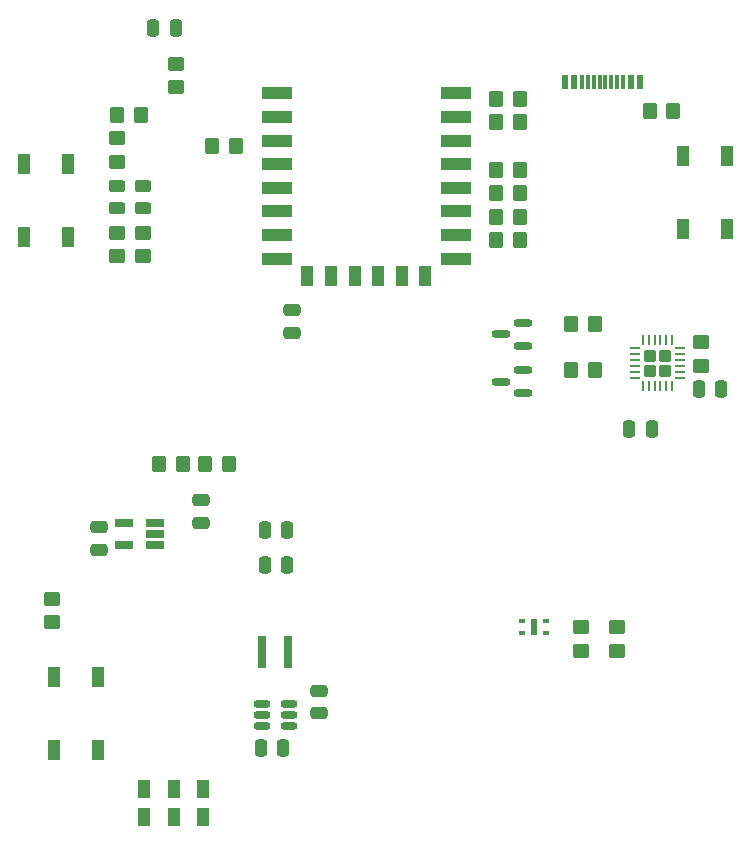
<source format=gtp>
%TF.GenerationSoftware,KiCad,Pcbnew,(6.0.7)*%
%TF.CreationDate,2022-11-21T20:08:05+01:00*%
%TF.ProjectId,Arbolito,4172626f-6c69-4746-9f2e-6b696361645f,rev?*%
%TF.SameCoordinates,Original*%
%TF.FileFunction,Paste,Top*%
%TF.FilePolarity,Positive*%
%FSLAX46Y46*%
G04 Gerber Fmt 4.6, Leading zero omitted, Abs format (unit mm)*
G04 Created by KiCad (PCBNEW (6.0.7)) date 2022-11-21 20:08:05*
%MOMM*%
%LPD*%
G01*
G04 APERTURE LIST*
G04 Aperture macros list*
%AMRoundRect*
4,1,4,-3,2,-5,4,-7,6,-9,8,-3,2,0*
1,1,$1,$2,$3*
1,1,$1,$2,$3*
1,1,$1,$2,$3*
1,1,$1,$2,$3*
20,1,$1,$2,$3,$4,$5,90*
20,1,$1,$2,$3,$4,$5,90*
20,1,$1,$2,$3,$4,$5,90*
20,1,$1,$2,$3,$4,$5,90*%
G04 Aperture macros list end*
%AMCOMP33*
4,1,3,
-0.25000000000000006,-0.475,
0.24999999999999997,-0.475,
0.25000000000000006,0.475,
-0.24999999999999997,0.475,
0*
4,1,19,
-0.5,-0.47499999999999992,
-0.48776412907378841,-0.39774575140626306,
-0.45225424859373686,-0.32805368692688169,
-0.39694631307311828,-0.27274575140626311,
-0.32725424859373686,-0.23723587092621157,
-0.25,-0.22499999999999995,
-0.17274575140626319,-0.23723587092621157,
-0.10305368692688176,-0.27274575140626311,
-0.047745751406263186,-0.32805368692688164,
-0.012235870926211641,-0.39774575140626311,
-0.000000000000000029084400903281456,-0.47499999999999992,
-0.01223587092621165,-0.552254248593737,
-0.047745751406263144,-0.62194631307311821,
-0.10305368692688173,-0.67725424859373684,
-0.17274575140626316,-0.71276412907378839,
-0.25,-0.725,
-0.32725424859373686,-0.71276412907378839,
-0.39694631307311828,-0.67725424859373684,
-0.45225424859373692,-0.62194631307311832,
-0.48776412907378847,-0.55225424859373684,
0*
4,1,19,
-0.000000000000000029084400903281456,-0.475,
0.012235870926211593,-0.39774575140626311,
0.047745751406263116,-0.32805368692688169,
0.1030536869268817,-0.27274575140626311,
0.17274575140626311,-0.2372358709262116,
0.24999999999999997,-0.225,
0.32725424859373686,-0.2372358709262116,
0.39694631307311823,-0.27274575140626311,
0.45225424859373686,-0.32805368692688164,
0.48776412907378841,-0.39774575140626317,
0.49999999999999994,-0.475,
0.48776412907378836,-0.552254248593737,
0.45225424859373681,-0.62194631307311821,
0.39694631307311828,-0.67725424859373684,
0.32725424859373681,-0.71276412907378839,
0.25,-0.725,
0.17274575140626314,-0.71276412907378839,
0.10305368692688173,-0.67725424859373684,
0.04774575140626313,-0.62194631307311832,
0.012235870926211584,-0.55225424859373684,
0*
4,1,19,
0.000000000000000029084400903281456,0.475,
0.01223587092621165,0.55225424859373684,
0.047745751406263172,0.62194631307311821,
0.10305368692688176,0.67725424859373684,
0.17274575140626319,0.71276412907378839,
0.25,0.725,
0.32725424859373692,0.71276412907378839,
0.39694631307311828,0.67725424859373684,
0.45225424859373692,0.62194631307311832,
0.48776412907378847,0.55225424859373684,
0.5,0.475,
0.48776412907378841,0.397745751406263,
0.45225424859373686,0.32805368692688175,
0.39694631307311834,0.27274575140626311,
0.32725424859373686,0.23723587092621157,
0.25000000000000006,0.22499999999999995,
0.17274575140626322,0.23723587092621157,
0.10305368692688179,0.27274575140626311,
0.047745751406263186,0.32805368692688164,
0.012235870926211641,0.39774575140626306,
0*
4,1,19,
-0.49999999999999994,0.47500000000000003,
-0.48776412907378836,0.55225424859373684,
-0.45225424859373681,0.62194631307311821,
-0.39694631307311823,0.67725424859373684,
-0.32725424859373681,0.71276412907378839,
-0.24999999999999994,0.725,
-0.17274575140626311,0.71276412907378839,
-0.1030536869268817,0.67725424859373684,
-0.04774575140626313,0.62194631307311832,
-0.012235870926211584,0.55225424859373684,
0.000000000000000029084400903281462,0.47500000000000003,
-0.012235870926211593,0.39774575140626306,
-0.047745751406263089,0.32805368692688175,
-0.10305368692688167,0.27274575140626311,
-0.17274575140626308,0.2372358709262116,
-0.24999999999999994,0.225,
-0.32725424859373681,0.2372358709262116,
-0.39694631307311823,0.27274575140626311,
-0.45225424859373686,0.32805368692688164,
-0.48776412907378841,0.39774575140626311,
0*
4,1,3,
-0.25000000000000006,-0.725,
-0.24999999999999997,-0.22499999999999995,
0.25,-0.225,
0.24999999999999992,-0.725,
0*
4,1,3,
0.49999999999999994,-0.47500000000000003,
-0.000000000000000029084400903281456,-0.475,
0.000000000000000029084400903281456,0.475,
0.5,0.47499999999999992,
0*
4,1,3,
0.25000000000000006,0.725,
0.24999999999999997,0.22499999999999995,
-0.25,0.225,
-0.24999999999999992,0.725,
0*
4,1,3,
-0.49999999999999994,0.47500000000000003,
0.000000000000000029084400903281456,0.475,
-0.000000000000000029084400903281456,-0.475,
-0.5,-0.47499999999999992,
0*%
%ADD10COMP33,0.25X-0.475X0.25X-0.475X-0.25X0.475X-0.25X0.475X0.25X0*%
%AMCOMP34*
4,1,3,
-0.35,-0.45,
0.35,-0.45,
0.35,0.45,
-0.35,0.45,
0*
4,1,19,
-0.6,-0.44999999999999996,
-0.58776412907378839,-0.37274575140626309,
-0.55225424859373684,-0.30305368692688167,
-0.49694631307311826,-0.24774575140626312,
-0.42725424859373684,-0.2122358709262116,
-0.35,-0.19999999999999998,
-0.27274575140626311,-0.21223587092621157,
-0.20305368692688175,-0.24774575140626315,
-0.14774575140626317,-0.30305368692688173,
-0.11223587092621162,-0.37274575140626315,
-0.1,-0.44999999999999996,
-0.11223587092621162,-0.52725424859373693,
-0.14774575140626311,-0.5969463130731183,
-0.20305368692688169,-0.65225424859373682,
-0.27274575140626317,-0.68776412907378837,
-0.35,-0.7,
-0.42725424859373684,-0.68776412907378837,
-0.49694631307311826,-0.65225424859373693,
-0.55225424859373684,-0.5969463130731183,
-0.58776412907378839,-0.52725424859373693,
0*
4,1,19,
0.09999999999999995,-0.45,
0.11223587092621157,-0.37274575140626315,
0.14774575140626309,-0.30305368692688173,
0.20305368692688167,-0.24774575140626315,
0.27274575140626311,-0.21223587092621166,
0.35,-0.20000000000000004,
0.42725424859373684,-0.21223587092621163,
0.49694631307311821,-0.24774575140626318,
0.55225424859373684,-0.30305368692688178,
0.58776412907378839,-0.3727457514062632,
0.6,-0.45,
0.58776412907378839,-0.52725424859373693,
0.55225424859373684,-0.5969463130731183,
0.49694631307311826,-0.65225424859373682,
0.42725424859373679,-0.68776412907378837,
0.35,-0.7,
0.27274575140626311,-0.68776412907378837,
0.20305368692688172,-0.65225424859373693,
0.14774575140626311,-0.5969463130731183,
0.11223587092621157,-0.52725424859373693,
0*
4,1,19,
0.1,0.45,
0.11223587092621162,0.52725424859373682,
0.14774575140626314,0.5969463130731183,
0.20305368692688172,0.65225424859373682,
0.27274575140626317,0.68776412907378837,
0.35000000000000003,0.7,
0.4272542485937369,0.68776412907378837,
0.49694631307311826,0.65225424859373682,
0.55225424859373684,0.5969463130731183,
0.58776412907378839,0.52725424859373693,
0.6,0.45,
0.58776412907378839,0.37274575140626304,
0.55225424859373684,0.30305368692688167,
0.49694631307311832,0.24774575140626315,
0.42725424859373684,0.2122358709262116,
0.35000000000000003,0.19999999999999998,
0.27274575140626317,0.21223587092621157,
0.20305368692688178,0.24774575140626312,
0.14774575140626317,0.30305368692688167,
0.11223587092621162,0.37274575140626309,
0*
4,1,19,
-0.6,0.45000000000000007,
-0.58776412907378839,0.52725424859373682,
-0.55225424859373684,0.5969463130731183,
-0.49694631307311821,0.65225424859373682,
-0.42725424859373679,0.68776412907378837,
-0.34999999999999992,0.7,
-0.27274575140626306,0.68776412907378837,
-0.20305368692688169,0.65225424859373682,
-0.14774575140626311,0.5969463130731183,
-0.11223587092621157,0.52725424859373693,
-0.09999999999999995,0.45000000000000007,
-0.11223587092621157,0.37274575140626309,
-0.14774575140626306,0.30305368692688173,
-0.20305368692688164,0.24774575140626318,
-0.27274575140626311,0.21223587092621166,
-0.34999999999999992,0.20000000000000004,
-0.42725424859373679,0.21223587092621163,
-0.49694631307311821,0.24774575140626315,
-0.55225424859373684,0.30305368692688173,
-0.58776412907378839,0.37274575140626315,
0*
4,1,3,
-0.35000000000000003,-0.7,
-0.35,-0.19999999999999998,
0.35,-0.20000000000000004,
0.34999999999999992,-0.7,
0*
4,1,3,
0.6,-0.45000000000000007,
0.09999999999999995,-0.45,
0.1,0.45,
0.6,0.44999999999999996,
0*
4,1,3,
0.35000000000000003,0.7,
0.35,0.19999999999999998,
-0.35,0.20000000000000004,
-0.34999999999999992,0.7,
0*
4,1,3,
-0.6,0.45000000000000007,
-0.09999999999999995,0.45,
-0.1,-0.45,
-0.6,-0.44999999999999996,
0*%
%ADD11COMP34,0.25X-0.45X0.35X-0.45X-0.35X0.45X-0.35X0.45X0.35X0*%
%AMCOMP35*
4,1,3,
-0.45625,0.24375000000000002,
-0.45625,-0.24374999999999997,
0.45625,-0.24375000000000002,
0.45625,0.24374999999999997,
0*
4,1,19,
-0.7,0.24375000000000005,
-0.68807002584694366,0.31907289237889347,
-0.65344789237889345,0.38702265524629037,
-0.59952265524629034,0.44094789237889348,
-0.53157289237889338,0.47557002584694369,
-0.45624999999999993,0.48750000000000004,
-0.38092710762110654,0.47557002584694369,
-0.3129773447537097,0.44094789237889342,
-0.25905210762110659,0.38702265524629031,
-0.22442997415305629,0.31907289237889347,
-0.21249999999999997,0.24375000000000002,
-0.22442997415305632,0.16842710762110649,
-0.25905210762110653,0.10047734475370972,
-0.31297734475370964,0.046552107621106613,
-0.38092710762110654,0.01192997415305635,
-0.45624999999999993,0.000000000000000027936332446572976,
-0.53157289237889338,0.011929974153056333,
-0.59952265524629023,0.046552107621106571,
-0.65344789237889334,0.10047734475370966,
-0.68807002584694366,0.16842710762110658,
0*
4,1,19,
-0.7,-0.24374999999999994,
-0.68807002584694366,-0.16842710762110652,
-0.65344789237889345,-0.10047734475370963,
-0.59952265524629034,-0.04655210762110653,
-0.53157289237889338,-0.011929974153056295,
-0.45625,0.000000000000000027936332446572982,
-0.3809271076211066,-0.011929974153056277,
-0.3129773447537097,-0.046552107621106543,
-0.25905210762110659,-0.10047734475370963,
-0.22442997415305632,-0.16842710762110655,
-0.21250000000000002,-0.24374999999999997,
-0.22442997415305635,-0.31907289237889347,
-0.25905210762110653,-0.38702265524629031,
-0.31297734475370964,-0.44094789237889342,
-0.3809271076211066,-0.47557002584694363,
-0.45625,-0.48749999999999993,
-0.53157289237889338,-0.47557002584694363,
-0.59952265524629023,-0.44094789237889337,
-0.65344789237889334,-0.38702265524629031,
-0.68807002584694366,-0.31907289237889341,
0*
4,1,19,
0.21249999999999997,-0.24375,
0.22442997415305632,-0.16842710762110658,
0.25905210762110653,-0.10047734475370969,
0.31297734475370964,-0.046552107621106585,
0.38092710762110654,-0.01192997415305635,
0.45625,-0.000000000000000027936332446572982,
0.53157289237889338,-0.011929974153056333,
0.59952265524629023,-0.0465521076211066,
0.65344789237889334,-0.10047734475370969,
0.68807002584694366,-0.1684271076211066,
0.7,-0.24375000000000002,
0.68807002584694366,-0.31907289237889352,
0.65344789237889345,-0.38702265524629037,
0.59952265524629034,-0.44094789237889348,
0.53157289237889349,-0.47557002584694369,
0.45625,-0.48750000000000004,
0.38092710762110654,-0.47557002584694369,
0.31297734475370975,-0.44094789237889342,
0.25905210762110659,-0.38702265524629037,
0.22442997415305629,-0.31907289237889347,
0*
4,1,19,
0.21250000000000002,0.24375,
0.22442997415305635,0.31907289237889341,
0.25905210762110653,0.38702265524629031,
0.31297734475370964,0.44094789237889342,
0.3809271076211066,0.47557002584694363,
0.45625000000000004,0.48749999999999993,
0.53157289237889338,0.47557002584694363,
0.59952265524629023,0.44094789237889337,
0.65344789237889334,0.38702265524629026,
0.68807002584694366,0.31907289237889341,
0.7,0.24374999999999997,
0.68807002584694366,0.16842710762110644,
0.65344789237889345,0.10047734475370966,
0.59952265524629034,0.046552107621106557,
0.53157289237889349,0.011929974153056295,
0.45625000000000004,-0.000000000000000027936332446572982,
0.3809271076211066,0.011929974153056277,
0.31297734475370975,0.046552107621106516,
0.25905210762110659,0.1004773447537096,
0.22442997415305632,0.16842710762110652,
0*
4,1,3,
-0.7,0.24375000000000008,
-0.21249999999999997,0.24374999999999997,
-0.21250000000000002,-0.24375000000000002,
-0.7,-0.24374999999999991,
0*
4,1,3,
-0.45625000000000004,-0.48749999999999993,
-0.45625,0.000000000000000027936332446572982,
0.45625,-0.000000000000000027936332446572982,
0.45624999999999993,-0.48750000000000004,
0*
4,1,3,
0.7,-0.24375000000000008,
0.21249999999999997,-0.24374999999999997,
0.21250000000000002,0.24375000000000002,
0.7,0.24374999999999991,
0*
4,1,3,
0.45625000000000004,0.48749999999999993,
0.45625,-0.000000000000000027936332446572982,
-0.45625,0.000000000000000027936332446572982,
-0.45624999999999993,0.48750000000000004,
0*%
%ADD12COMP35,0.24375X0.24375X0.45625X-0.24375X0.45625X-0.24375X-0.45625X0.24375X-0.45625X0*%
%AMCOMP36*
4,1,3,
0.25000000000000006,0.475,
-0.24999999999999997,0.475,
-0.25000000000000006,-0.475,
0.24999999999999997,-0.475,
0*
4,1,19,
0.000000000000000029084400903281456,0.475,
0.01223587092621165,0.55225424859373684,
0.047745751406263172,0.62194631307311821,
0.10305368692688176,0.67725424859373684,
0.17274575140626319,0.71276412907378839,
0.25,0.725,
0.32725424859373692,0.71276412907378839,
0.39694631307311828,0.67725424859373684,
0.45225424859373692,0.62194631307311832,
0.48776412907378847,0.55225424859373684,
0.5,0.475,
0.48776412907378841,0.397745751406263,
0.45225424859373686,0.32805368692688175,
0.39694631307311834,0.27274575140626311,
0.32725424859373686,0.23723587092621157,
0.25000000000000006,0.22499999999999995,
0.17274575140626322,0.23723587092621157,
0.10305368692688179,0.27274575140626311,
0.047745751406263186,0.32805368692688164,
0.012235870926211641,0.39774575140626306,
0*
4,1,19,
-0.49999999999999994,0.47500000000000003,
-0.48776412907378836,0.55225424859373684,
-0.45225424859373681,0.62194631307311821,
-0.39694631307311823,0.67725424859373684,
-0.32725424859373681,0.71276412907378839,
-0.24999999999999994,0.725,
-0.17274575140626311,0.71276412907378839,
-0.1030536869268817,0.67725424859373684,
-0.04774575140626313,0.62194631307311832,
-0.012235870926211584,0.55225424859373684,
0.000000000000000029084400903281462,0.47500000000000003,
-0.012235870926211593,0.39774575140626306,
-0.047745751406263089,0.32805368692688175,
-0.10305368692688167,0.27274575140626311,
-0.17274575140626308,0.2372358709262116,
-0.24999999999999994,0.225,
-0.32725424859373681,0.2372358709262116,
-0.39694631307311823,0.27274575140626311,
-0.45225424859373686,0.32805368692688164,
-0.48776412907378841,0.39774575140626311,
0*
4,1,19,
-0.5,-0.47499999999999992,
-0.48776412907378841,-0.39774575140626306,
-0.45225424859373686,-0.32805368692688169,
-0.39694631307311828,-0.27274575140626311,
-0.32725424859373686,-0.23723587092621157,
-0.25,-0.22499999999999995,
-0.17274575140626319,-0.23723587092621157,
-0.10305368692688176,-0.27274575140626311,
-0.047745751406263186,-0.32805368692688164,
-0.012235870926211641,-0.39774575140626311,
-0.000000000000000029084400903281456,-0.47499999999999992,
-0.01223587092621165,-0.552254248593737,
-0.047745751406263144,-0.62194631307311821,
-0.10305368692688173,-0.67725424859373684,
-0.17274575140626316,-0.71276412907378839,
-0.25,-0.725,
-0.32725424859373686,-0.71276412907378839,
-0.39694631307311828,-0.67725424859373684,
-0.45225424859373692,-0.62194631307311832,
-0.48776412907378847,-0.55225424859373684,
0*
4,1,19,
-0.000000000000000029084400903281456,-0.475,
0.012235870926211593,-0.39774575140626311,
0.047745751406263116,-0.32805368692688169,
0.1030536869268817,-0.27274575140626311,
0.17274575140626311,-0.2372358709262116,
0.24999999999999997,-0.225,
0.32725424859373686,-0.2372358709262116,
0.39694631307311823,-0.27274575140626311,
0.45225424859373686,-0.32805368692688164,
0.48776412907378841,-0.39774575140626317,
0.49999999999999994,-0.475,
0.48776412907378836,-0.552254248593737,
0.45225424859373681,-0.62194631307311821,
0.39694631307311828,-0.67725424859373684,
0.32725424859373681,-0.71276412907378839,
0.25,-0.725,
0.17274575140626314,-0.71276412907378839,
0.10305368692688173,-0.67725424859373684,
0.04774575140626313,-0.62194631307311832,
0.012235870926211584,-0.55225424859373684,
0*
4,1,3,
0.25000000000000006,0.725,
0.24999999999999997,0.22499999999999995,
-0.25,0.225,
-0.24999999999999992,0.725,
0*
4,1,3,
-0.49999999999999994,0.47500000000000003,
0.000000000000000029084400903281456,0.475,
-0.000000000000000029084400903281456,-0.475,
-0.5,-0.47499999999999992,
0*
4,1,3,
-0.25000000000000006,-0.725,
-0.24999999999999997,-0.22499999999999995,
0.25,-0.225,
0.24999999999999992,-0.725,
0*
4,1,3,
0.49999999999999994,-0.47500000000000003,
-0.000000000000000029084400903281456,-0.475,
0.000000000000000029084400903281456,0.475,
0.5,0.47499999999999992,
0*%
%ADD13COMP36,0.25X0.475X-0.25X0.475X0.25X-0.475X0.25X-0.475X-0.25X0*%
%AMCOMP37*
4,1,3,
-0.45,0.35,
-0.45,-0.35,
0.45,-0.35,
0.45,0.35,
0*
4,1,19,
-0.7,0.35000000000000003,
-0.68776412907378837,0.4272542485937369,
-0.65225424859373682,0.49694631307311832,
-0.5969463130731183,0.55225424859373684,
-0.52725424859373682,0.58776412907378839,
-0.44999999999999996,0.6,
-0.37274575140626315,0.58776412907378839,
-0.30305368692688167,0.55225424859373684,
-0.24774575140626315,0.49694631307311832,
-0.2122358709262116,0.42725424859373684,
-0.19999999999999998,0.35000000000000003,
-0.2122358709262116,0.27274575140626306,
-0.24774575140626312,0.20305368692688175,
-0.30305368692688173,0.14774575140626317,
-0.37274575140626309,0.11223587092621162,
-0.44999999999999996,0.1,
-0.52725424859373682,0.1122358709262116,
-0.5969463130731183,0.14774575140626311,
-0.65225424859373682,0.20305368692688167,
-0.68776412907378837,0.27274575140626311,
0*
4,1,19,
-0.7,-0.34999999999999992,
-0.68776412907378837,-0.27274575140626306,
-0.65225424859373682,-0.20305368692688167,
-0.5969463130731183,-0.14774575140626309,
-0.52725424859373682,-0.11223587092621157,
-0.45,-0.09999999999999995,
-0.3727457514062632,-0.11223587092621154,
-0.30305368692688173,-0.14774575140626309,
-0.24774575140626318,-0.20305368692688164,
-0.21223587092621166,-0.27274575140626311,
-0.20000000000000004,-0.34999999999999992,
-0.21223587092621166,-0.4272542485937369,
-0.24774575140626315,-0.49694631307311821,
-0.30305368692688178,-0.55225424859373684,
-0.37274575140626315,-0.58776412907378839,
-0.45,-0.6,
-0.52725424859373682,-0.58776412907378839,
-0.5969463130731183,-0.55225424859373684,
-0.65225424859373682,-0.49694631307311826,
-0.68776412907378837,-0.42725424859373684,
0*
4,1,19,
0.19999999999999998,-0.35,
0.2122358709262116,-0.27274575140626311,
0.24774575140626315,-0.20305368692688172,
0.30305368692688173,-0.14774575140626314,
0.37274575140626315,-0.11223587092621162,
0.45,-0.1,
0.52725424859373682,-0.1122358709262116,
0.5969463130731183,-0.14774575140626314,
0.65225424859373682,-0.20305368692688169,
0.68776412907378837,-0.27274575140626317,
0.7,-0.35,
0.68776412907378837,-0.42725424859373695,
0.65225424859373693,-0.49694631307311826,
0.5969463130731183,-0.55225424859373684,
0.52725424859373693,-0.58776412907378839,
0.45,-0.6,
0.37274575140626315,-0.58776412907378839,
0.30305368692688173,-0.55225424859373684,
0.24774575140626315,-0.49694631307311832,
0.2122358709262116,-0.4272542485937369,
0*
4,1,19,
0.20000000000000004,0.35,
0.21223587092621166,0.42725424859373684,
0.24774575140626318,0.49694631307311826,
0.30305368692688178,0.55225424859373684,
0.3727457514062632,0.58776412907378839,
0.45000000000000007,0.6,
0.52725424859373682,0.58776412907378839,
0.5969463130731183,0.55225424859373684,
0.65225424859373682,0.49694631307311826,
0.68776412907378837,0.42725424859373679,
0.7,0.35,
0.68776412907378837,0.272745751406263,
0.65225424859373693,0.20305368692688169,
0.5969463130731183,0.14774575140626311,
0.52725424859373693,0.11223587092621157,
0.45000000000000007,0.09999999999999995,
0.3727457514062632,0.11223587092621154,
0.30305368692688178,0.14774575140626306,
0.24774575140626318,0.20305368692688161,
0.21223587092621166,0.27274575140626306,
0*
4,1,3,
-0.7,0.35000000000000003,
-0.19999999999999998,0.35,
-0.20000000000000004,-0.35,
-0.7,-0.34999999999999992,
0*
4,1,3,
-0.45000000000000007,-0.6,
-0.45,-0.09999999999999995,
0.45,-0.1,
0.44999999999999996,-0.6,
0*
4,1,3,
0.7,-0.35000000000000003,
0.19999999999999998,-0.35,
0.20000000000000004,0.35,
0.7,0.34999999999999992,
0*
4,1,3,
0.45000000000000007,0.6,
0.45,0.09999999999999995,
-0.45,0.1,
-0.44999999999999996,0.6,
0*%
%ADD14COMP37,0.25X0.35X0.45X-0.35X0.45X-0.35X-0.45X0.35X-0.45X0*%
%AMCOMP38*
4,1,3,
0.35,0.45,
-0.35,0.45,
-0.35,-0.45,
0.35,-0.45,
0*
4,1,19,
0.1,0.45,
0.11223587092621162,0.52725424859373682,
0.14774575140626314,0.5969463130731183,
0.20305368692688172,0.65225424859373682,
0.27274575140626317,0.68776412907378837,
0.35000000000000003,0.7,
0.4272542485937369,0.68776412907378837,
0.49694631307311826,0.65225424859373682,
0.55225424859373684,0.5969463130731183,
0.58776412907378839,0.52725424859373693,
0.6,0.45,
0.58776412907378839,0.37274575140626304,
0.55225424859373684,0.30305368692688167,
0.49694631307311832,0.24774575140626315,
0.42725424859373684,0.2122358709262116,
0.35000000000000003,0.19999999999999998,
0.27274575140626317,0.21223587092621157,
0.20305368692688178,0.24774575140626312,
0.14774575140626317,0.30305368692688167,
0.11223587092621162,0.37274575140626309,
0*
4,1,19,
-0.6,0.45000000000000007,
-0.58776412907378839,0.52725424859373682,
-0.55225424859373684,0.5969463130731183,
-0.49694631307311821,0.65225424859373682,
-0.42725424859373679,0.68776412907378837,
-0.34999999999999992,0.7,
-0.27274575140626306,0.68776412907378837,
-0.20305368692688169,0.65225424859373682,
-0.14774575140626311,0.5969463130731183,
-0.11223587092621157,0.52725424859373693,
-0.09999999999999995,0.45000000000000007,
-0.11223587092621157,0.37274575140626309,
-0.14774575140626306,0.30305368692688173,
-0.20305368692688164,0.24774575140626318,
-0.27274575140626311,0.21223587092621166,
-0.34999999999999992,0.20000000000000004,
-0.42725424859373679,0.21223587092621163,
-0.49694631307311821,0.24774575140626315,
-0.55225424859373684,0.30305368692688173,
-0.58776412907378839,0.37274575140626315,
0*
4,1,19,
-0.6,-0.44999999999999996,
-0.58776412907378839,-0.37274575140626309,
-0.55225424859373684,-0.30305368692688167,
-0.49694631307311826,-0.24774575140626312,
-0.42725424859373684,-0.2122358709262116,
-0.35,-0.19999999999999998,
-0.27274575140626311,-0.21223587092621157,
-0.20305368692688175,-0.24774575140626315,
-0.14774575140626317,-0.30305368692688173,
-0.11223587092621162,-0.37274575140626315,
-0.1,-0.44999999999999996,
-0.11223587092621162,-0.52725424859373693,
-0.14774575140626311,-0.5969463130731183,
-0.20305368692688169,-0.65225424859373682,
-0.27274575140626317,-0.68776412907378837,
-0.35,-0.7,
-0.42725424859373684,-0.68776412907378837,
-0.49694631307311826,-0.65225424859373693,
-0.55225424859373684,-0.5969463130731183,
-0.58776412907378839,-0.52725424859373693,
0*
4,1,19,
0.09999999999999995,-0.45,
0.11223587092621157,-0.37274575140626315,
0.14774575140626309,-0.30305368692688173,
0.20305368692688167,-0.24774575140626315,
0.27274575140626311,-0.21223587092621166,
0.35,-0.20000000000000004,
0.42725424859373684,-0.21223587092621163,
0.49694631307311821,-0.24774575140626318,
0.55225424859373684,-0.30305368692688178,
0.58776412907378839,-0.3727457514062632,
0.6,-0.45,
0.58776412907378839,-0.52725424859373693,
0.55225424859373684,-0.5969463130731183,
0.49694631307311826,-0.65225424859373682,
0.42725424859373679,-0.68776412907378837,
0.35,-0.7,
0.27274575140626311,-0.68776412907378837,
0.20305368692688172,-0.65225424859373693,
0.14774575140626311,-0.5969463130731183,
0.11223587092621157,-0.52725424859373693,
0*
4,1,3,
0.35000000000000003,0.7,
0.35,0.19999999999999998,
-0.35,0.20000000000000004,
-0.34999999999999992,0.7,
0*
4,1,3,
-0.6,0.45000000000000007,
-0.09999999999999995,0.45,
-0.1,-0.45,
-0.6,-0.44999999999999996,
0*
4,1,3,
-0.35000000000000003,-0.7,
-0.35,-0.19999999999999998,
0.35,-0.20000000000000004,
0.34999999999999992,-0.7,
0*
4,1,3,
0.6,-0.45000000000000007,
0.09999999999999995,-0.45,
0.1,0.45,
0.6,0.44999999999999996,
0*%
%ADD15COMP38,0.25X0.45X-0.35X0.45X0.35X-0.45X0.35X-0.45X-0.35X0*%
%ADD16R,1X1.6*%
%AMCOMP39*
4,1,3,
0.5875,0.14999999999999997,
-0.5875,0.15000000000000002,
-0.5875,-0.14999999999999997,
0.5875,-0.15000000000000002,
0*
4,1,19,
0.4375,0.14999999999999997,
0.444841522555727,0.19635254915624209,
0.46614745084375792,0.23816778784387094,
0.49933221215612905,0.271352549156242,
0.54114745084375793,0.29265847744427292,
0.5875,0.29999999999999993,
0.63385254915624212,0.292658477444273,
0.67566778784387094,0.271352549156242,
0.70885254915624207,0.23816778784387094,
0.73015847744427309,0.19635254915624206,
0.7375,0.14999999999999997,
0.73015847744427309,0.1036474508437578,
0.70885254915624218,0.061832212156128996,
0.675667787843871,0.02864745084375786,
0.63385254915624212,0.0073415225557269424,
0.5875,-0.000000000000000035972811643532336,
0.54114745084375793,0.0073415225557269207,
0.49933221215612911,0.028647450843757829,
0.46614745084375792,0.061832212156128968,
0.444841522555727,0.10364745084375782,
0*
4,1,19,
-0.7375,0.15000000000000005,
-0.73015847744427309,0.19635254915624217,
-0.70885254915624207,0.23816778784387102,
-0.675667787843871,0.27135254915624213,
-0.63385254915624212,0.29265847744427304,
-0.5875,0.30000000000000004,
-0.54114745084375793,0.29265847744427309,
-0.49933221215612905,0.27135254915624213,
-0.46614745084375792,0.23816778784387102,
-0.444841522555727,0.19635254915624215,
-0.4375,0.15000000000000005,
-0.444841522555727,0.10364745084375787,
-0.46614745084375786,0.061832212156129066,
-0.49933221215612905,0.028647450843757933,
-0.54114745084375793,0.0073415225557270144,
-0.5875,0.000000000000000035972811643532336,
-0.63385254915624212,0.0073415225557269927,
-0.67566778784387094,0.0286474508437579,
-0.70885254915624207,0.061832212156129038,
-0.73015847744427309,0.10364745084375789,
0*
4,1,19,
-0.7375,-0.14999999999999994,
-0.73015847744427309,-0.10364745084375784,
-0.70885254915624207,-0.061832212156128982,
-0.675667787843871,-0.028647450843757846,
-0.63385254915624212,-0.0073415225557269424,
-0.5875,0.000000000000000035972811643532336,
-0.54114745084375793,-0.0073415225557269207,
-0.49933221215612905,-0.028647450843757857,
-0.46614745084375792,-0.061832212156128982,
-0.444841522555727,-0.10364745084375784,
-0.4375,-0.14999999999999994,
-0.444841522555727,-0.19635254915624212,
-0.46614745084375786,-0.23816778784387091,
-0.49933221215612905,-0.271352549156242,
-0.54114745084375793,-0.29265847744427292,
-0.5875,-0.29999999999999993,
-0.63385254915624212,-0.292658477444273,
-0.67566778784387094,-0.27135254915624207,
-0.70885254915624207,-0.23816778784387094,
-0.73015847744427309,-0.19635254915624209,
0*
4,1,19,
0.4375,-0.15000000000000002,
0.444841522555727,-0.10364745084375791,
0.46614745084375792,-0.061832212156129052,
0.49933221215612905,-0.028647450843757919,
0.54114745084375793,-0.0073415225557270144,
0.5875,-0.000000000000000035972811643532336,
0.63385254915624212,-0.0073415225557269927,
0.67566778784387094,-0.028647450843757929,
0.70885254915624207,-0.061832212156129052,
0.73015847744427309,-0.10364745084375791,
0.7375,-0.15000000000000002,
0.73015847744427309,-0.1963525491562422,
0.70885254915624218,-0.238167787843871,
0.675667787843871,-0.27135254915624213,
0.63385254915624212,-0.29265847744427304,
0.5875,-0.30000000000000004,
0.54114745084375793,-0.29265847744427309,
0.49933221215612911,-0.27135254915624218,
0.46614745084375792,-0.23816778784387102,
0.444841522555727,-0.19635254915624217,
0*
4,1,3,
0.5875,0.29999999999999993,
0.5875,-0.000000000000000035972811643532336,
-0.5875,0.000000000000000035972811643532336,
-0.5875,0.30000000000000004,
0*
4,1,3,
-0.7375,0.15000000000000005,
-0.4375,0.15000000000000002,
-0.4375,-0.14999999999999997,
-0.7375,-0.14999999999999994,
0*
4,1,3,
-0.5875,-0.29999999999999993,
-0.5875,0.000000000000000035972811643532336,
0.5875,-0.000000000000000035972811643532336,
0.5875,-0.30000000000000004,
0*
4,1,3,
0.7375,-0.15000000000000005,
0.4375,-0.15000000000000002,
0.4375,0.14999999999999997,
0.7375,0.14999999999999994,
0*%
%ADD17COMP39,0.15X0.15X-0.5875X0.15X0.5875X-0.15X0.5875X-0.15X-0.5875X0*%
%ADD18R,0.8X2.7*%
%AMCOMP40*
4,1,3,
0.475,-0.25000000000000006,
0.475,0.24999999999999997,
-0.475,0.25000000000000006,
-0.475,-0.24999999999999997,
0*
4,1,19,
0.22499999999999995,-0.25,
0.2372358709262116,-0.17274575140626316,
0.27274575140626311,-0.10305368692688173,
0.32805368692688169,-0.047745751406263158,
0.39774575140626311,-0.012235870926211641,
0.475,-0.000000000000000029084400903281456,
0.55225424859373684,-0.012235870926211622,
0.62194631307311821,-0.047745751406263172,
0.67725424859373684,-0.10305368692688173,
0.71276412907378839,-0.17274575140626319,
0.725,-0.25,
0.71276412907378839,-0.327254248593737,
0.67725424859373684,-0.39694631307311828,
0.62194631307311832,-0.45225424859373692,
0.55225424859373684,-0.48776412907378847,
0.475,-0.5,
0.39774575140626311,-0.48776412907378841,
0.32805368692688175,-0.45225424859373686,
0.27274575140626311,-0.39694631307311834,
0.23723587092621157,-0.32725424859373692,
0*
4,1,19,
0.225,0.25,
0.23723587092621162,0.32725424859373686,
0.27274575140626311,0.39694631307311828,
0.32805368692688169,0.45225424859373686,
0.39774575140626317,0.48776412907378841,
0.47500000000000003,0.49999999999999994,
0.55225424859373684,0.48776412907378836,
0.62194631307311821,0.45225424859373681,
0.67725424859373684,0.39694631307311828,
0.71276412907378839,0.32725424859373681,
0.725,0.25,
0.71276412907378839,0.17274575140626303,
0.67725424859373684,0.1030536869268817,
0.62194631307311832,0.04774575140626313,
0.55225424859373684,0.012235870926211584,
0.47500000000000003,-0.000000000000000029084400903281462,
0.39774575140626317,0.012235870926211565,
0.32805368692688175,0.047745751406263089,
0.27274575140626311,0.10305368692688165,
0.2372358709262116,0.17274575140626305,
0*
4,1,19,
-0.725,0.25000000000000006,
-0.71276412907378839,0.32725424859373692,
-0.67725424859373684,0.39694631307311834,
-0.62194631307311821,0.45225424859373692,
-0.55225424859373684,0.48776412907378847,
-0.47499999999999992,0.5,
-0.39774575140626306,0.48776412907378841,
-0.32805368692688175,0.45225424859373686,
-0.27274575140626311,0.39694631307311834,
-0.23723587092621157,0.32725424859373686,
-0.22499999999999995,0.25000000000000006,
-0.2372358709262116,0.17274575140626311,
-0.27274575140626311,0.10305368692688176,
-0.32805368692688164,0.047745751406263186,
-0.39774575140626311,0.012235870926211641,
-0.47499999999999992,0.000000000000000029084400903281456,
-0.55225424859373673,0.012235870926211622,
-0.62194631307311821,0.047745751406263144,
-0.67725424859373684,0.1030536869268817,
-0.71276412907378839,0.17274575140626314,
0*
4,1,19,
-0.725,-0.24999999999999994,
-0.71276412907378839,-0.17274575140626308,
-0.67725424859373684,-0.10305368692688167,
-0.62194631307311821,-0.0477457514062631,
-0.55225424859373684,-0.012235870926211584,
-0.475,0.000000000000000029084400903281456,
-0.39774575140626311,-0.012235870926211565,
-0.32805368692688175,-0.047745751406263116,
-0.27274575140626311,-0.10305368692688167,
-0.2372358709262116,-0.17274575140626311,
-0.225,-0.24999999999999997,
-0.23723587092621162,-0.32725424859373692,
-0.27274575140626311,-0.39694631307311823,
-0.32805368692688164,-0.45225424859373686,
-0.39774575140626317,-0.48776412907378841,
-0.475,-0.49999999999999994,
-0.55225424859373673,-0.48776412907378836,
-0.62194631307311821,-0.45225424859373681,
-0.67725424859373684,-0.39694631307311828,
-0.71276412907378839,-0.32725424859373686,
0*
4,1,3,
0.725,-0.25000000000000006,
0.22499999999999995,-0.24999999999999997,
0.225,0.25,
0.725,0.24999999999999992,
0*
4,1,3,
0.47500000000000003,0.49999999999999994,
0.475,-0.000000000000000029084400903281456,
-0.475,0.000000000000000029084400903281456,
-0.47499999999999992,0.5,
0*
4,1,3,
-0.725,0.25000000000000006,
-0.22499999999999995,0.24999999999999997,
-0.225,-0.25,
-0.725,-0.24999999999999992,
0*
4,1,3,
-0.47500000000000003,-0.49999999999999994,
-0.475,0.000000000000000029084400903281456,
0.475,-0.000000000000000029084400903281456,
0.47499999999999992,-0.5,
0*%
%ADD19COMP40,0.25X-0.25X-0.475X0.25X-0.475X0.25X0.475X-0.25X0.475X0*%
%AMCOMP41*
4,1,3,
0.45,-0.35,
0.45,0.35,
-0.45,0.35,
-0.45,-0.35,
0*
4,1,19,
0.19999999999999998,-0.35,
0.2122358709262116,-0.27274575140626311,
0.24774575140626315,-0.20305368692688172,
0.30305368692688173,-0.14774575140626314,
0.37274575140626315,-0.11223587092621162,
0.45,-0.1,
0.52725424859373682,-0.1122358709262116,
0.5969463130731183,-0.14774575140626314,
0.65225424859373682,-0.20305368692688169,
0.68776412907378837,-0.27274575140626317,
0.7,-0.35,
0.68776412907378837,-0.42725424859373695,
0.65225424859373693,-0.49694631307311826,
0.5969463130731183,-0.55225424859373684,
0.52725424859373693,-0.58776412907378839,
0.45,-0.6,
0.37274575140626315,-0.58776412907378839,
0.30305368692688173,-0.55225424859373684,
0.24774575140626315,-0.49694631307311832,
0.2122358709262116,-0.4272542485937369,
0*
4,1,19,
0.20000000000000004,0.35,
0.21223587092621166,0.42725424859373684,
0.24774575140626318,0.49694631307311826,
0.30305368692688178,0.55225424859373684,
0.3727457514062632,0.58776412907378839,
0.45000000000000007,0.6,
0.52725424859373682,0.58776412907378839,
0.5969463130731183,0.55225424859373684,
0.65225424859373682,0.49694631307311826,
0.68776412907378837,0.42725424859373679,
0.7,0.35,
0.68776412907378837,0.272745751406263,
0.65225424859373693,0.20305368692688169,
0.5969463130731183,0.14774575140626311,
0.52725424859373693,0.11223587092621157,
0.45000000000000007,0.09999999999999995,
0.3727457514062632,0.11223587092621154,
0.30305368692688178,0.14774575140626306,
0.24774575140626318,0.20305368692688161,
0.21223587092621166,0.27274575140626306,
0*
4,1,19,
-0.7,0.35000000000000003,
-0.68776412907378837,0.4272542485937369,
-0.65225424859373682,0.49694631307311832,
-0.5969463130731183,0.55225424859373684,
-0.52725424859373682,0.58776412907378839,
-0.44999999999999996,0.6,
-0.37274575140626315,0.58776412907378839,
-0.30305368692688167,0.55225424859373684,
-0.24774575140626315,0.49694631307311832,
-0.2122358709262116,0.42725424859373684,
-0.19999999999999998,0.35000000000000003,
-0.2122358709262116,0.27274575140626306,
-0.24774575140626312,0.20305368692688175,
-0.30305368692688173,0.14774575140626317,
-0.37274575140626309,0.11223587092621162,
-0.44999999999999996,0.1,
-0.52725424859373682,0.1122358709262116,
-0.5969463130731183,0.14774575140626311,
-0.65225424859373682,0.20305368692688167,
-0.68776412907378837,0.27274575140626311,
0*
4,1,19,
-0.7,-0.34999999999999992,
-0.68776412907378837,-0.27274575140626306,
-0.65225424859373682,-0.20305368692688167,
-0.5969463130731183,-0.14774575140626309,
-0.52725424859373682,-0.11223587092621157,
-0.45,-0.09999999999999995,
-0.3727457514062632,-0.11223587092621154,
-0.30305368692688173,-0.14774575140626309,
-0.24774575140626318,-0.20305368692688164,
-0.21223587092621166,-0.27274575140626311,
-0.20000000000000004,-0.34999999999999992,
-0.21223587092621166,-0.4272542485937369,
-0.24774575140626315,-0.49694631307311821,
-0.30305368692688178,-0.55225424859373684,
-0.37274575140626315,-0.58776412907378839,
-0.45,-0.6,
-0.52725424859373682,-0.58776412907378839,
-0.5969463130731183,-0.55225424859373684,
-0.65225424859373682,-0.49694631307311826,
-0.68776412907378837,-0.42725424859373684,
0*
4,1,3,
0.7,-0.35000000000000003,
0.19999999999999998,-0.35,
0.20000000000000004,0.35,
0.7,0.34999999999999992,
0*
4,1,3,
0.45000000000000007,0.6,
0.45,0.09999999999999995,
-0.45,0.1,
-0.44999999999999996,0.6,
0*
4,1,3,
-0.7,0.35000000000000003,
-0.19999999999999998,0.35,
-0.20000000000000004,-0.35,
-0.7,-0.34999999999999992,
0*
4,1,3,
-0.45000000000000007,-0.6,
-0.45,-0.09999999999999995,
0.45,-0.1,
0.44999999999999996,-0.6,
0*%
%ADD20COMP41,0.25X-0.35X-0.45X0.35X-0.45X0.35X0.45X-0.35X0.45X0*%
%AMCOMP42*
4,1,3,
0.12500000000000003,0.575,
-0.12499999999999996,0.575,
-0.12500000000000003,-0.575,
0.12499999999999996,-0.575,
0*
4,1,19,
0.000000000000000035207432672393345,0.575,
0.0061179354631058459,0.61362712429686839,
0.023872875703131607,0.64847315653655913,
0.0515268434634409,0.67612712429686839,
0.08637287570313161,0.69388206453689416,
0.12500000000000003,0.7,
0.16362712429686849,0.69388206453689416,
0.19847315653655914,0.67612712429686839,
0.22612712429686846,0.64847315653655913,
0.24388206453689423,0.61362712429686839,
0.25000000000000006,0.575,
0.24388206453689423,0.53637287570313152,
0.22612712429686846,0.50152684346344079,
0.1984731565365592,0.47387287570313152,
0.16362712429686846,0.45611793546310575,
0.12500000000000006,0.44999999999999996,
0.086372875703131624,0.45611793546310575,
0.051526843463440913,0.47387287570313152,
0.023872875703131614,0.50152684346344079,
0.0061179354631058416,0.53637287570313152,
0*
4,1,19,
-0.24999999999999997,0.575,
-0.24388206453689418,0.61362712429686839,
-0.2261271242968684,0.64847315653655913,
-0.19847315653655911,0.67612712429686839,
-0.16362712429686838,0.69388206453689416,
-0.12499999999999996,0.7,
-0.086372875703131541,0.69388206453689416,
-0.05152684346344083,0.67612712429686839,
-0.023872875703131544,0.64847315653655913,
-0.0061179354631057713,0.61362712429686839,
0.000000000000000035207432672393345,0.575,
-0.0061179354631057756,0.53637287570313152,
-0.023872875703131523,0.50152684346344079,
-0.051526843463440816,0.47387287570313152,
-0.086372875703131527,0.45611793546310575,
-0.12499999999999994,0.44999999999999996,
-0.16362712429686838,0.45611793546310575,
-0.19847315653655909,0.47387287570313152,
-0.2261271242968684,0.50152684346344079,
-0.24388206453689418,0.53637287570313152,
0*
4,1,19,
-0.25000000000000006,-0.575,
-0.24388206453689423,-0.53637287570313152,
-0.22612712429686846,-0.50152684346344079,
-0.19847315653655917,-0.47387287570313152,
-0.16362712429686846,-0.45611793546310575,
-0.12500000000000003,-0.44999999999999996,
-0.08637287570313161,-0.45611793546310575,
-0.0515268434634409,-0.47387287570313152,
-0.023872875703131614,-0.50152684346344079,
-0.0061179354631058416,-0.53637287570313152,
-0.000000000000000035207432672393345,-0.575,
-0.0061179354631058459,-0.61362712429686839,
-0.023872875703131593,-0.64847315653655913,
-0.051526843463440886,-0.67612712429686839,
-0.0863728757031316,-0.69388206453689416,
-0.12500000000000003,-0.7,
-0.16362712429686846,-0.69388206453689416,
-0.19847315653655914,-0.67612712429686839,
-0.22612712429686846,-0.64847315653655913,
-0.24388206453689423,-0.61362712429686839,
0*
4,1,19,
-0.000000000000000035207432672393345,-0.575,
0.0061179354631057756,-0.53637287570313152,
0.023872875703131537,-0.50152684346344079,
0.05152684346344083,-0.47387287570313152,
0.086372875703131541,-0.45611793546310575,
0.12499999999999996,-0.44999999999999996,
0.1636271242968684,-0.45611793546310575,
0.19847315653655909,-0.47387287570313152,
0.2261271242968684,-0.50152684346344079,
0.24388206453689418,-0.53637287570313152,
0.24999999999999997,-0.575,
0.24388206453689418,-0.61362712429686839,
0.2261271242968684,-0.64847315653655913,
0.19847315653655914,-0.67612712429686839,
0.16362712429686838,-0.69388206453689416,
0.12499999999999999,-0.7,
0.086372875703131555,-0.69388206453689416,
0.051526843463440844,-0.67612712429686839,
0.023872875703131544,-0.64847315653655913,
0.0061179354631057713,-0.61362712429686839,
0*
4,1,3,
0.12500000000000006,0.7,
0.125,0.44999999999999996,
-0.12499999999999997,0.44999999999999996,
-0.12499999999999994,0.7,
0*
4,1,3,
-0.24999999999999997,0.575,
0.000000000000000035207432672393345,0.575,
-0.000000000000000035207432672393345,-0.575,
-0.25000000000000006,-0.575,
0*
4,1,3,
-0.12500000000000006,-0.7,
-0.125,-0.44999999999999996,
0.12499999999999997,-0.44999999999999996,
0.12499999999999994,-0.7,
0*
4,1,3,
0.24999999999999997,-0.575,
-0.000000000000000035207432672393345,-0.575,
0.000000000000000035207432672393345,0.575,
0.25000000000000006,0.575,
0*%
%ADD21COMP42,0.125X0.575X-0.125X0.575X0.125X-0.575X0.125X-0.575X-0.125X0*%
%AMCOMP43*
4,1,3,
-0.1875,-0.087499999999999981,
0.1875,-0.087500000000000008,
0.1875,0.087499999999999981,
-0.1875,0.087500000000000008,
0*
4,1,19,
-0.275,-0.087499999999999981,
-0.27071744517582591,-0.060461012992192087,
-0.25828898700780789,-0.036068790424408581,
-0.23893120957559139,-0.01671101299219209,
-0.21453898700780791,-0.0042825548241740572,
-0.1875,0.000000000000000011480684567084787,
-0.16046101299219212,-0.0042825548241740468,
-0.13606879042440861,-0.016711012992192097,
-0.11671101299219211,-0.036068790424408581,
-0.10428255482417408,-0.06046101299219208,
-0.1,-0.087499999999999981,
-0.10428255482417409,-0.11453898700780792,
-0.11671101299219211,-0.13893120957559138,
-0.13606879042440859,-0.15828898700780789,
-0.16046101299219209,-0.17071744517582593,
-0.18749999999999997,-0.175,
-0.21453898700780788,-0.17071744517582593,
-0.23893120957559139,-0.15828898700780789,
-0.25828898700780789,-0.13893120957559138,
-0.27071744517582591,-0.11453898700780789,
0*
4,1,19,
0.1,-0.0875,
0.10428255482417408,-0.060461012992192108,
0.11671101299219211,-0.0360687904244086,
0.13606879042440861,-0.016711012992192111,
0.16046101299219209,-0.00428255482417408,
0.1875,-0.000000000000000011480684567084787,
0.21453898700780788,-0.0042825548241740693,
0.23893120957559139,-0.016711012992192117,
0.25828898700780789,-0.0360687904244086,
0.27071744517582591,-0.0604610129921921,
0.275,-0.0875,
0.27071744517582591,-0.11453898700780793,
0.25828898700780789,-0.13893120957559141,
0.23893120957559141,-0.15828898700780791,
0.21453898700780791,-0.17071744517582593,
0.18750000000000003,-0.175,
0.16046101299219212,-0.17071744517582593,
0.13606879042440861,-0.15828898700780791,
0.1167110129921921,-0.13893120957559141,
0.10428255482417406,-0.1145389870078079,
0*
4,1,19,
0.1,0.0875,
0.10428255482417409,0.11453898700780789,
0.11671101299219212,0.13893120957559141,
0.13606879042440861,0.15828898700780789,
0.16046101299219209,0.17071744517582593,
0.1875,0.175,
0.21453898700780788,0.17071744517582593,
0.23893120957559139,0.15828898700780786,
0.25828898700780789,0.13893120957559138,
0.27071744517582591,0.11453898700780789,
0.275,0.0875,
0.27071744517582591,0.060461012992192059,
0.25828898700780789,0.036068790424408595,
0.23893120957559141,0.01671101299219209,
0.21453898700780791,0.0042825548241740572,
0.18750000000000003,-0.000000000000000011480684567084788,
0.16046101299219212,0.0042825548241740468,
0.13606879042440861,0.016711012992192083,
0.11671101299219211,0.036068790424408574,
0.10428255482417408,0.060461012992192073,
0*
4,1,19,
-0.275,0.087500000000000008,
-0.27071744517582591,0.1145389870078079,
-0.25828898700780789,0.13893120957559144,
-0.23893120957559139,0.15828898700780791,
-0.21453898700780791,0.17071744517582593,
-0.1875,0.175,
-0.16046101299219212,0.17071744517582593,
-0.13606879042440861,0.15828898700780789,
-0.1167110129921921,0.13893120957559141,
-0.10428255482417406,0.1145389870078079,
-0.1,0.087500000000000008,
-0.10428255482417408,0.06046101299219208,
-0.1167110129921921,0.036068790424408616,
-0.13606879042440859,0.016711012992192111,
-0.16046101299219209,0.00428255482417408,
-0.18749999999999997,0.000000000000000011480684567084785,
-0.21453898700780788,0.0042825548241740693,
-0.23893120957559139,0.016711012992192104,
-0.25828898700780789,0.036068790424408595,
-0.27071744517582591,0.060461012992192094,
0*
4,1,3,
-0.1875,-0.175,
-0.1875,0.000000000000000011480684567084787,
0.1875,-0.000000000000000011480684567084787,
0.1875,-0.175,
0*
4,1,3,
0.275,-0.087500000000000008,
0.1,-0.0875,
0.1,0.0875,
0.275,0.087499999999999981,
0*
4,1,3,
0.1875,0.175,
0.1875,-0.000000000000000011480684567084787,
-0.1875,0.000000000000000011480684567084787,
-0.1875,0.175,
0*
4,1,3,
-0.275,0.087500000000000008,
-0.1,0.0875,
-0.1,-0.0875,
-0.275,-0.087499999999999981,
0*%
%ADD22COMP43,0.0875X-0.0875X0.1875X-0.0875X-0.1875X0.0875X-0.1875X0.0875X0.1875X0*%
%AMCOMP44*
4,1,3,
0.1875,0.087499999999999981,
-0.1875,0.087500000000000008,
-0.1875,-0.087499999999999981,
0.1875,-0.087500000000000008,
0*
4,1,19,
0.1,0.0875,
0.10428255482417409,0.11453898700780789,
0.11671101299219212,0.13893120957559141,
0.13606879042440861,0.15828898700780789,
0.16046101299219209,0.17071744517582593,
0.1875,0.175,
0.21453898700780788,0.17071744517582593,
0.23893120957559139,0.15828898700780786,
0.25828898700780789,0.13893120957559138,
0.27071744517582591,0.11453898700780789,
0.275,0.0875,
0.27071744517582591,0.060461012992192059,
0.25828898700780789,0.036068790424408595,
0.23893120957559141,0.01671101299219209,
0.21453898700780791,0.0042825548241740572,
0.18750000000000003,-0.000000000000000011480684567084788,
0.16046101299219212,0.0042825548241740468,
0.13606879042440861,0.016711012992192083,
0.11671101299219211,0.036068790424408574,
0.10428255482417408,0.060461012992192073,
0*
4,1,19,
-0.275,0.087500000000000008,
-0.27071744517582591,0.1145389870078079,
-0.25828898700780789,0.13893120957559144,
-0.23893120957559139,0.15828898700780791,
-0.21453898700780791,0.17071744517582593,
-0.1875,0.175,
-0.16046101299219212,0.17071744517582593,
-0.13606879042440861,0.15828898700780789,
-0.1167110129921921,0.13893120957559141,
-0.10428255482417406,0.1145389870078079,
-0.1,0.087500000000000008,
-0.10428255482417408,0.06046101299219208,
-0.1167110129921921,0.036068790424408616,
-0.13606879042440859,0.016711012992192111,
-0.16046101299219209,0.00428255482417408,
-0.18749999999999997,0.000000000000000011480684567084785,
-0.21453898700780788,0.0042825548241740693,
-0.23893120957559139,0.016711012992192104,
-0.25828898700780789,0.036068790424408595,
-0.27071744517582591,0.060461012992192094,
0*
4,1,19,
-0.275,-0.087499999999999981,
-0.27071744517582591,-0.060461012992192087,
-0.25828898700780789,-0.036068790424408581,
-0.23893120957559139,-0.01671101299219209,
-0.21453898700780791,-0.0042825548241740572,
-0.1875,0.000000000000000011480684567084787,
-0.16046101299219212,-0.0042825548241740468,
-0.13606879042440861,-0.016711012992192097,
-0.11671101299219211,-0.036068790424408581,
-0.10428255482417408,-0.06046101299219208,
-0.1,-0.087499999999999981,
-0.10428255482417409,-0.11453898700780792,
-0.11671101299219211,-0.13893120957559138,
-0.13606879042440859,-0.15828898700780789,
-0.16046101299219209,-0.17071744517582593,
-0.18749999999999997,-0.175,
-0.21453898700780788,-0.17071744517582593,
-0.23893120957559139,-0.15828898700780789,
-0.25828898700780789,-0.13893120957559138,
-0.27071744517582591,-0.11453898700780789,
0*
4,1,19,
0.1,-0.0875,
0.10428255482417408,-0.060461012992192108,
0.11671101299219211,-0.0360687904244086,
0.13606879042440861,-0.016711012992192111,
0.16046101299219209,-0.00428255482417408,
0.1875,-0.000000000000000011480684567084787,
0.21453898700780788,-0.0042825548241740693,
0.23893120957559139,-0.016711012992192117,
0.25828898700780789,-0.0360687904244086,
0.27071744517582591,-0.0604610129921921,
0.275,-0.0875,
0.27071744517582591,-0.11453898700780793,
0.25828898700780789,-0.13893120957559141,
0.23893120957559141,-0.15828898700780791,
0.21453898700780791,-0.17071744517582593,
0.18750000000000003,-0.175,
0.16046101299219212,-0.17071744517582593,
0.13606879042440861,-0.15828898700780791,
0.1167110129921921,-0.13893120957559141,
0.10428255482417406,-0.1145389870078079,
0*
4,1,3,
0.1875,0.175,
0.1875,-0.000000000000000011480684567084787,
-0.1875,0.000000000000000011480684567084787,
-0.1875,0.175,
0*
4,1,3,
-0.275,0.087500000000000008,
-0.1,0.0875,
-0.1,-0.0875,
-0.275,-0.087499999999999981,
0*
4,1,3,
-0.1875,-0.175,
-0.1875,0.000000000000000011480684567084787,
0.1875,-0.000000000000000011480684567084787,
0.1875,-0.175,
0*
4,1,3,
0.275,-0.087500000000000008,
0.1,-0.0875,
0.1,0.0875,
0.275,0.087499999999999981,
0*%
%ADD23COMP44,0.0875X0.0875X-0.1875X0.0875X0.1875X-0.0875X0.1875X-0.0875X-0.1875X0*%
%ADD24R,2.5X1*%
%ADD25R,1X1.8*%
%ADD26R,1.56X0.65*%
%AMCOMP45*
4,1,3,
0.275,-0.275,
0.275,0.275,
-0.275,0.275,
-0.275,-0.275,
0*
4,1,19,
0.025000000000000005,-0.275,
0.037235870926211626,-0.19774575140626316,
0.072745751406263146,-0.12805368692688174,
0.12805368692688174,-0.072745751406263173,
0.19774575140626316,-0.037235870926211653,
0.275,-0.02500000000000004,
0.35225424859373689,-0.037235870926211632,
0.42194631307311825,-0.072745751406263187,
0.47725424859373689,-0.12805368692688174,
0.51276412907378843,-0.19774575140626319,
0.525,-0.275,
0.51276412907378843,-0.352254248593737,
0.47725424859373689,-0.42194631307311831,
0.42194631307311831,-0.47725424859373689,
0.35225424859373683,-0.51276412907378843,
0.275,-0.525,
0.19774575140626319,-0.51276412907378843,
0.12805368692688177,-0.47725424859373689,
0.072745751406263159,-0.42194631307311836,
0.037235870926211619,-0.35225424859373694,
0*
4,1,19,
0.02500000000000004,0.275,
0.03723587092621166,0.35225424859373689,
0.072745751406263187,0.42194631307311831,
0.12805368692688177,0.47725424859373689,
0.19774575140626319,0.51276412907378843,
0.27500000000000008,0.525,
0.35225424859373694,0.51276412907378843,
0.42194631307311831,0.47725424859373689,
0.47725424859373689,0.42194631307311831,
0.51276412907378843,0.35225424859373683,
0.525,0.275,
0.51276412907378843,0.19774575140626308,
0.47725424859373689,0.12805368692688174,
0.42194631307311836,0.072745751406263159,
0.35225424859373689,0.037235870926211619,
0.27500000000000008,0.025000000000000005,
0.19774575140626321,0.0372358709262116,
0.12805368692688179,0.072745751406263118,
0.0727457514062632,0.12805368692688168,
0.037235870926211653,0.1977457514062631,
0*
4,1,19,
-0.525,0.27500000000000008,
-0.51276412907378843,0.35225424859373694,
-0.47725424859373689,0.42194631307311836,
-0.42194631307311825,0.47725424859373689,
-0.35225424859373683,0.51276412907378843,
-0.27499999999999997,0.525,
-0.19774575140626316,0.51276412907378843,
-0.12805368692688174,0.47725424859373689,
-0.072745751406263159,0.42194631307311836,
-0.037235870926211619,0.35225424859373689,
-0.025000000000000005,0.27500000000000008,
-0.037235870926211626,0.1977457514062631,
-0.072745751406263118,0.12805368692688177,
-0.12805368692688171,0.0727457514062632,
-0.19774575140626313,0.037235870926211653,
-0.27499999999999997,0.02500000000000004,
-0.35225424859373683,0.037235870926211632,
-0.42194631307311825,0.072745751406263159,
-0.47725424859373689,0.12805368692688171,
-0.51276412907378843,0.19774575140626313,
0*
4,1,19,
-0.525,-0.27499999999999997,
-0.51276412907378843,-0.19774575140626313,
-0.47725424859373689,-0.12805368692688171,
-0.42194631307311831,-0.072745751406263132,
-0.35225424859373689,-0.037235870926211619,
-0.275,-0.025000000000000005,
-0.19774575140626319,-0.0372358709262116,
-0.12805368692688177,-0.072745751406263146,
-0.0727457514062632,-0.12805368692688171,
-0.037235870926211653,-0.19774575140626316,
-0.02500000000000004,-0.27499999999999997,
-0.03723587092621166,-0.35225424859373694,
-0.072745751406263159,-0.42194631307311825,
-0.12805368692688174,-0.47725424859373689,
-0.19774575140626316,-0.51276412907378843,
-0.275,-0.525,
-0.35225424859373689,-0.51276412907378843,
-0.42194631307311831,-0.47725424859373689,
-0.47725424859373689,-0.42194631307311831,
-0.51276412907378843,-0.35225424859373689,
0*
4,1,3,
0.525,-0.27500000000000008,
0.025000000000000005,-0.275,
0.02500000000000004,0.275,
0.525,0.27499999999999997,
0*
4,1,3,
0.27500000000000008,0.525,
0.275,0.025000000000000005,
-0.275,0.02500000000000004,
-0.27499999999999997,0.525,
0*
4,1,3,
-0.525,0.27500000000000008,
-0.025000000000000005,0.275,
-0.02500000000000004,-0.275,
-0.525,-0.27499999999999997,
0*
4,1,3,
-0.27500000000000008,-0.525,
-0.275,-0.025000000000000005,
0.275,-0.02500000000000004,
0.27499999999999997,-0.525,
0*%
%ADD27COMP45,0.25X-0.275X-0.275X0.275X-0.275X0.275X0.275X-0.275X0.275X0*%
%AMCOMP46*
4,1,3,
0.062499999999999979,-0.35,
0.062500000000000028,0.35,
-0.062499999999999979,0.35,
-0.062500000000000028,-0.35,
0*
4,1,19,
-0.0000000000000000214306111918916,-0.35,
0.0030589677315528839,-0.33068643785156576,
0.011936437851565765,-0.31326342173172039,
0.025763421731720412,-0.29943643785156576,
0.043186437851565763,-0.29055896773155288,
0.062499999999999972,-0.2875,
0.0818135621484342,-0.29055896773155288,
0.099236578268279543,-0.29943643785156576,
0.1130635621484342,-0.31326342173172039,
0.12194103226844709,-0.33068643785156576,
0.12499999999999997,-0.35,
0.12194103226844707,-0.36931356214843419,
0.11306356214843419,-0.38673657826827956,
0.099236578268279557,-0.40056356214843419,
0.081813562148434188,-0.40944103226844708,
0.062499999999999986,-0.4125,
0.04318643785156577,-0.40944103226844708,
0.025763421731720419,-0.40056356214843419,
0.011936437851565767,-0.38673657826827956,
0.0030589677315528817,-0.36931356214843419,
0*
4,1,19,
0.0000000000000000214306111918916,0.35,
0.0030589677315529269,0.36931356214843419,
0.011936437851565809,0.38673657826827956,
0.025763421731720453,0.40056356214843419,
0.043186437851565812,0.40944103226844708,
0.062500000000000014,0.4125,
0.081813562148434243,0.40944103226844708,
0.099236578268279585,0.40056356214843419,
0.11306356214843424,0.38673657826827956,
0.12194103226844713,0.36931356214843419,
0.12500000000000003,0.35,
0.12194103226844712,0.33068643785156576,
0.11306356214843423,0.31326342173172039,
0.0992365782682796,0.29943643785156576,
0.08181356214843423,0.29055896773155288,
0.062500000000000028,0.2875,
0.043186437851565819,0.29055896773155288,
0.02576342173172046,0.29943643785156576,
0.01193643785156581,0.31326342173172039,
0.0030589677315529247,0.33068643785156576,
0*
4,1,19,
-0.12499999999999997,0.35,
-0.12194103226844707,0.36931356214843419,
-0.11306356214843419,0.38673657826827956,
-0.099236578268279543,0.40056356214843419,
-0.081813562148434188,0.40944103226844708,
-0.062499999999999972,0.4125,
-0.043186437851565763,0.40944103226844708,
-0.025763421731720412,0.40056356214843419,
-0.011936437851565767,0.38673657826827956,
-0.0030589677315528817,0.36931356214843419,
0.0000000000000000214306111918916,0.35,
-0.0030589677315528839,0.33068643785156576,
-0.011936437851565758,0.31326342173172039,
-0.025763421731720405,0.29943643785156576,
-0.043186437851565757,0.29055896773155288,
-0.062499999999999965,0.2875,
-0.081813562148434188,0.29055896773155288,
-0.099236578268279543,0.29943643785156576,
-0.1130635621484342,0.31326342173172039,
-0.12194103226844709,0.33068643785156576,
0*
4,1,19,
-0.12500000000000003,-0.35,
-0.12194103226844712,-0.33068643785156576,
-0.11306356214843423,-0.31326342173172039,
-0.099236578268279585,-0.29943643785156576,
-0.08181356214843423,-0.29055896773155288,
-0.062500000000000014,-0.2875,
-0.043186437851565812,-0.29055896773155288,
-0.025763421731720453,-0.29943643785156576,
-0.01193643785156581,-0.31326342173172039,
-0.0030589677315529247,-0.33068643785156576,
-0.0000000000000000214306111918916,-0.35,
-0.0030589677315529269,-0.36931356214843419,
-0.011936437851565802,-0.38673657826827956,
-0.025763421731720446,-0.40056356214843419,
-0.043186437851565805,-0.40944103226844708,
-0.062500000000000014,-0.4125,
-0.08181356214843423,-0.40944103226844708,
-0.099236578268279585,-0.40056356214843419,
-0.11306356214843424,-0.38673657826827956,
-0.12194103226844713,-0.36931356214843419,
0*
4,1,3,
0.12499999999999997,-0.35,
-0.0000000000000000214306111918916,-0.35,
0.0000000000000000214306111918916,0.35,
0.12500000000000003,0.35,
0*
4,1,3,
0.062500000000000028,0.4125,
0.062500000000000014,0.2875,
-0.062499999999999979,0.2875,
-0.062499999999999965,0.4125,
0*
4,1,3,
-0.12499999999999997,0.35,
0.0000000000000000214306111918916,0.35,
-0.0000000000000000214306111918916,-0.35,
-0.12500000000000003,-0.35,
0*
4,1,3,
-0.062500000000000028,-0.4125,
-0.062500000000000014,-0.2875,
0.062499999999999979,-0.2875,
0.062499999999999965,-0.4125,
0*%
%ADD28COMP46,0.0625X-0.35X-0.0625X0.35X-0.0625X0.35X0.0625X-0.35X0.0625X0*%
%AMCOMP47*
4,1,3,
0.35,-0.062500000000000028,
0.35,0.062499999999999979,
-0.35,0.062500000000000028,
-0.35,-0.062499999999999979,
0*
4,1,19,
0.2875,-0.062500000000000014,
0.29055896773155288,-0.043186437851565805,
0.29943643785156576,-0.025763421731720446,
0.31326342173172039,-0.011936437851565803,
0.33068643785156576,-0.0030589677315529247,
0.35,-0.0000000000000000214306111918916,
0.36931356214843419,-0.00305896773155292,
0.38673657826827956,-0.011936437851565809,
0.40056356214843419,-0.025763421731720446,
0.40944103226844708,-0.043186437851565812,
0.4125,-0.062500000000000014,
0.40944103226844708,-0.081813562148434257,
0.40056356214843419,-0.099236578268279585,
0.38673657826827956,-0.11306356214843424,
0.36931356214843419,-0.12194103226844713,
0.35,-0.12500000000000003,
0.33068643785156576,-0.12194103226844712,
0.31326342173172039,-0.11306356214843423,
0.29943643785156576,-0.0992365782682796,
0.29055896773155288,-0.081813562148434243,
0*
4,1,19,
0.2875,0.062499999999999979,
0.29055896773155288,0.0818135621484342,
0.29943643785156576,0.099236578268279557,
0.31326342173172039,0.1130635621484342,
0.33068643785156576,0.12194103226844709,
0.35,0.12499999999999997,
0.36931356214843419,0.12194103226844707,
0.38673657826827956,0.11306356214843419,
0.40056356214843419,0.099236578268279557,
0.40944103226844708,0.081813562148434188,
0.4125,0.062499999999999986,
0.40944103226844708,0.043186437851565743,
0.40056356214843419,0.025763421731720412,
0.38673657826827956,0.011936437851565767,
0.36931356214843419,0.0030589677315528817,
0.35,-0.0000000000000000214306111918916,
0.33068643785156576,0.003058967731552877,
0.31326342173172039,0.011936437851565758,
0.29943643785156576,0.025763421731720398,
0.29055896773155288,0.04318643785156575,
0*
4,1,19,
-0.4125,0.062500000000000028,
-0.40944103226844708,0.081813562148434243,
-0.40056356214843419,0.0992365782682796,
-0.38673657826827956,0.11306356214843424,
-0.36931356214843419,0.12194103226844713,
-0.35,0.12500000000000003,
-0.33068643785156576,0.12194103226844712,
-0.31326342173172039,0.11306356214843423,
-0.29943643785156576,0.0992365782682796,
-0.29055896773155288,0.08181356214843423,
-0.2875,0.062500000000000028,
-0.29055896773155288,0.043186437851565791,
-0.29943643785156576,0.025763421731720453,
-0.31326342173172039,0.01193643785156581,
-0.33068643785156576,0.0030589677315529247,
-0.35,0.0000000000000000214306111918916,
-0.36931356214843419,0.00305896773155292,
-0.38673657826827956,0.011936437851565802,
-0.40056356214843419,0.025763421731720439,
-0.40944103226844708,0.0431864378515658,
0*
4,1,19,
-0.4125,-0.062499999999999972,
-0.40944103226844708,-0.043186437851565757,
-0.40056356214843419,-0.025763421731720405,
-0.38673657826827956,-0.01193643785156576,
-0.36931356214843419,-0.0030589677315528817,
-0.35,0.0000000000000000214306111918916,
-0.33068643785156576,-0.003058967731552877,
-0.31326342173172039,-0.011936437851565765,
-0.29943643785156576,-0.025763421731720405,
-0.29055896773155288,-0.043186437851565763,
-0.2875,-0.062499999999999972,
-0.29055896773155288,-0.081813562148434216,
-0.29943643785156576,-0.099236578268279543,
-0.31326342173172039,-0.1130635621484342,
-0.33068643785156576,-0.12194103226844709,
-0.35,-0.12499999999999997,
-0.36931356214843419,-0.12194103226844707,
-0.38673657826827956,-0.11306356214843419,
-0.40056356214843419,-0.099236578268279557,
-0.40944103226844708,-0.0818135621484342,
0*
4,1,3,
0.4125,-0.062500000000000028,
0.2875,-0.062500000000000014,
0.2875,0.062499999999999979,
0.4125,0.062499999999999965,
0*
4,1,3,
0.35,0.12499999999999997,
0.35,-0.0000000000000000214306111918916,
-0.35,0.0000000000000000214306111918916,
-0.35,0.12500000000000003,
0*
4,1,3,
-0.4125,0.062500000000000028,
-0.2875,0.062500000000000014,
-0.2875,-0.062499999999999979,
-0.4125,-0.062499999999999965,
0*
4,1,3,
-0.35,-0.12499999999999997,
-0.35,0.0000000000000000214306111918916,
0.35,-0.0000000000000000214306111918916,
0.35,-0.12500000000000003,
0*%
%ADD29COMP47,0.0625X-0.0625X-0.35X0.0625X-0.35X0.0625X0.35X-0.0625X0.35X0*%
%ADD30R,0.6X1.16*%
%ADD31R,0.3X1.16*%
%ADD32R,1.1X1.8*%
%AMCOMP48*
4,1,3,
-0.5125,-0.14999999999999997,
0.5125,-0.15000000000000002,
0.5125,0.14999999999999997,
-0.5125,0.15000000000000002,
0*
4,1,19,
-0.6625,-0.14999999999999997,
-0.65515847744427291,-0.10364745084375784,
-0.63385254915624212,-0.061832212156128982,
-0.60066778784387087,-0.02864745084375785,
-0.558852549156242,-0.0073415225557269476,
-0.5125,0.000000000000000031380537816698416,
-0.46614745084375786,-0.007341522555726925,
-0.424332212156129,-0.028647450843757864,
-0.39114745084375785,-0.061832212156128989,
-0.36984152255572694,-0.10364745084375784,
-0.36249999999999993,-0.14999999999999994,
-0.36984152255572694,-0.19635254915624212,
-0.39114745084375779,-0.23816778784387091,
-0.424332212156129,-0.27135254915624207,
-0.4661474508437578,-0.29265847744427292,
-0.5125,-0.29999999999999993,
-0.558852549156242,-0.292658477444273,
-0.60066778784387087,-0.27135254915624207,
-0.633852549156242,-0.23816778784387097,
-0.65515847744427291,-0.19635254915624212,
0*
4,1,19,
0.36249999999999993,-0.15000000000000002,
0.36984152255572694,-0.10364745084375791,
0.39114745084375785,-0.061832212156129045,
0.424332212156129,-0.028647450843757912,
0.46614745084375786,-0.00734152255572701,
0.5125,-0.000000000000000031380537816698416,
0.558852549156242,-0.0073415225557269875,
0.60066778784387087,-0.028647450843757926,
0.633852549156242,-0.061832212156129052,
0.65515847744427291,-0.10364745084375791,
0.6625,-0.15,
0.65515847744427291,-0.19635254915624217,
0.63385254915624212,-0.23816778784387097,
0.600667787843871,-0.27135254915624213,
0.558852549156242,-0.29265847744427304,
0.5125,-0.30000000000000004,
0.46614745084375786,-0.29265847744427309,
0.42433221215612904,-0.27135254915624213,
0.39114745084375785,-0.23816778784387102,
0.36984152255572694,-0.19635254915624217,
0*
4,1,19,
0.36249999999999993,0.14999999999999997,
0.36984152255572694,0.19635254915624209,
0.39114745084375785,0.23816778784387094,
0.424332212156129,0.27135254915624207,
0.46614745084375786,0.29265847744427292,
0.5125,0.29999999999999993,
0.558852549156242,0.292658477444273,
0.60066778784387087,0.271352549156242,
0.633852549156242,0.23816778784387097,
0.65515847744427291,0.19635254915624209,
0.6625,0.15,
0.65515847744427291,0.1036474508437578,
0.63385254915624212,0.061832212156128996,
0.600667787843871,0.028647450843757864,
0.558852549156242,0.0073415225557269476,
0.5125,-0.000000000000000031380537816698416,
0.46614745084375786,0.007341522555726925,
0.42433221215612904,0.028647450843757836,
0.39114745084375785,0.061832212156128975,
0.36984152255572694,0.10364745084375782,
0*
4,1,19,
-0.6625,0.15000000000000002,
-0.65515847744427291,0.19635254915624215,
-0.63385254915624212,0.238167787843871,
-0.60066778784387087,0.27135254915624213,
-0.558852549156242,0.29265847744427304,
-0.5125,0.30000000000000004,
-0.46614745084375786,0.29265847744427309,
-0.424332212156129,0.27135254915624207,
-0.39114745084375785,0.23816778784387102,
-0.36984152255572694,0.19635254915624215,
-0.36249999999999993,0.15000000000000005,
-0.36984152255572694,0.10364745084375787,
-0.39114745084375779,0.061832212156129059,
-0.424332212156129,0.028647450843757926,
-0.4661474508437578,0.00734152255572701,
-0.5125,0.000000000000000031380537816698416,
-0.558852549156242,0.0073415225557269875,
-0.60066778784387087,0.028647450843757898,
-0.633852549156242,0.061832212156129038,
-0.65515847744427291,0.10364745084375789,
0*
4,1,3,
-0.5125,-0.29999999999999993,
-0.5125,0.000000000000000031380537816698416,
0.5125,-0.000000000000000031380537816698416,
0.5125,-0.30000000000000004,
0*
4,1,3,
0.6625,-0.15000000000000002,
0.36249999999999993,-0.15000000000000002,
0.36249999999999993,0.14999999999999997,
0.6625,0.14999999999999997,
0*
4,1,3,
0.5125,0.29999999999999993,
0.5125,-0.000000000000000031380537816698416,
-0.5125,0.000000000000000031380537816698416,
-0.5125,0.30000000000000004,
0*
4,1,3,
-0.6625,0.15000000000000002,
-0.36249999999999993,0.15000000000000002,
-0.36249999999999993,-0.14999999999999997,
-0.6625,-0.14999999999999997,
0*%
%ADD33COMP48,0.15X-0.15X0.5125X-0.15X-0.5125X0.15X-0.5125X0.15X0.5125X0*%
G04 APERTURE END LIST*
D10*
%TO.C,C7*%
X-0045000000Y-0079000000D02*
X0040410000Y0053539999D03*
X0042310000Y0053539999D03*
%TD*%
D11*
%TO.C,R21*%
X0031470000Y0059110000D03*
X0033470000Y0059110000D03*
%TD*%
D10*
%TO.C,C4*%
X0077140000Y0065440000D03*
X0079040000Y0065440000D03*
%TD*%
D12*
%TO.C,D2*%
X0027900000Y0082637499D03*
X0027900000Y0080762499D03*
%TD*%
D10*
%TO.C,C3*%
X0040060000Y0035040000D03*
X0041959999Y0035040000D03*
%TD*%
D13*
%TO.C,C5*%
X0073160000Y0062090000D03*
X0071260000Y0062090000D03*
%TD*%
D14*
%TO.C,R2*%
X0077360000Y0069419999D03*
X0077360000Y0067419999D03*
%TD*%
%TO.C,R15*%
X0027900000Y0078699999D03*
X0027900000Y0076699999D03*
%TD*%
D12*
%TO.C,D1*%
X0030100000Y0082637499D03*
X0030100000Y0080762499D03*
%TD*%
D10*
%TO.C,C9*%
X0040410000Y0050539999D03*
X0042310000Y0050539999D03*
%TD*%
D11*
%TO.C,R1*%
X0073000000Y0089000000D03*
X0075000000Y0089000000D03*
%TD*%
D15*
%TO.C,R8*%
X0061970000Y0080045999D03*
X0059970000Y0080045999D03*
%TD*%
D16*
%TO.C,SW1*%
X0035200000Y0029200000D03*
X0035200000Y0031599999D03*
X0032700000Y0029200000D03*
X0032700000Y0031599999D03*
X0030200000Y0029200000D03*
X0030200000Y0031599999D03*
%TD*%
D17*
%TO.C,Q1*%
X0062257500Y0065145999D03*
X0062257500Y0067045999D03*
X0060382500Y0066096000D03*
%TD*%
D18*
%TO.C,L1*%
X0042400000Y0043200000D03*
X0040200000Y0043200000D03*
%TD*%
D19*
%TO.C,C1*%
X0035000000Y0054150000D03*
X0035000000Y0056050000D03*
%TD*%
D14*
%TO.C,R14*%
X0067200000Y0045300000D03*
X0067200000Y0043300000D03*
%TD*%
D15*
%TO.C,R18*%
X0061970000Y0078045999D03*
X0059970000Y0078045999D03*
%TD*%
D20*
%TO.C,R10*%
X0032900000Y0091000000D03*
X0032900000Y0093000000D03*
%TD*%
D15*
%TO.C,R7*%
X0061970000Y0084045999D03*
X0059970000Y0084045999D03*
%TD*%
D14*
%TO.C,R16*%
X0027900000Y0086699999D03*
X0027900000Y0084699999D03*
%TD*%
D11*
%TO.C,R6*%
X0066320000Y0067096000D03*
X0068320000Y0067096000D03*
%TD*%
D14*
%TO.C,R3*%
X0030100000Y0078699999D03*
X0030100000Y0076699999D03*
%TD*%
D11*
%TO.C,R20*%
X0035380000Y0059090000D03*
X0037380000Y0059090000D03*
%TD*%
D15*
%TO.C,R13*%
X0061970000Y0082045999D03*
X0059970000Y0082045999D03*
%TD*%
D21*
%TO.C,U5*%
X0063200000Y0045300000D03*
D22*
X0062175000Y0045800000D03*
D23*
X0064225000Y0044800000D03*
D22*
X0062175000Y0044800000D03*
D23*
X0064225000Y0045800000D03*
%TD*%
D24*
%TO.C,U4*%
X0041400000Y0090500000D03*
X0041400000Y0088500000D03*
X0041400000Y0086500000D03*
X0041400000Y0084500000D03*
X0041400000Y0082500000D03*
X0041400000Y0080500000D03*
X0041400000Y0078500000D03*
X0041400000Y0076500000D03*
D25*
X0044000000Y0075000000D03*
X0046000000Y0075000000D03*
X0048000000Y0075000000D03*
X0050000000Y0075000000D03*
X0052000000Y0075000000D03*
X0054000000Y0075000000D03*
D24*
X0056600000Y0076500000D03*
X0056600000Y0078500000D03*
X0056600000Y0080500000D03*
X0056600000Y0082500000D03*
X0056600000Y0084500000D03*
X0056600000Y0086500000D03*
X0056600000Y0088500000D03*
X0056600000Y0090500000D03*
%TD*%
D13*
%TO.C,C10*%
X0032850000Y0096000000D03*
X0030950000Y0096000000D03*
%TD*%
D26*
%TO.C,U1*%
X0031150000Y0052250000D03*
X0031150000Y0053199999D03*
X0031150000Y0054150000D03*
X0028450000Y0054150000D03*
X0028450000Y0052250000D03*
%TD*%
D11*
%TO.C,R11*%
X0059970000Y0090045999D03*
X0061970000Y0090045999D03*
%TD*%
D27*
%TO.C,U2*%
X0073000000Y0068300000D03*
X0074300000Y0067000000D03*
X0073000000Y0067000000D03*
X0074300000Y0068300000D03*
D28*
X0072400000Y0065712500D03*
X0072900000Y0065712500D03*
X0073400000Y0065712500D03*
X0073900000Y0065712500D03*
X0074400000Y0065712500D03*
X0074900000Y0065712500D03*
D29*
X0075587500Y0066400000D03*
X0075587500Y0066900000D03*
X0075587500Y0067400000D03*
X0075587500Y0067900000D03*
X0075587500Y0068400000D03*
X0075587500Y0068900000D03*
D28*
X0074900000Y0069587500D03*
X0074400000Y0069587500D03*
X0073900000Y0069587500D03*
X0073400000Y0069587500D03*
X0072900000Y0069587500D03*
X0072400000Y0069587500D03*
D29*
X0071712500Y0068900000D03*
X0071712500Y0068400000D03*
X0071712500Y0067900000D03*
X0071712500Y0067400000D03*
X0071712500Y0066900000D03*
X0071712500Y0066400000D03*
%TD*%
D14*
%TO.C,R4*%
X0022400000Y0047700000D03*
X0022400000Y0045700000D03*
%TD*%
%TO.C,R17*%
X0070200000Y0045300000D03*
X0070200000Y0043300000D03*
%TD*%
D30*
%TO.C,P1*%
X0072200000Y0091490000D03*
X0071400000Y0091490000D03*
D31*
X0070250000Y0091490000D03*
X0069250000Y0091490000D03*
X0068750000Y0091490000D03*
X0067750000Y0091490000D03*
D30*
X0066600000Y0091490000D03*
X0065800000Y0091490000D03*
X0065800000Y0091490000D03*
X0066600000Y0091490000D03*
D31*
X0067250000Y0091490000D03*
X0068250000Y0091490000D03*
X0069750000Y0091490000D03*
X0070750000Y0091490000D03*
D30*
X0071400000Y0091490000D03*
X0072200000Y0091490000D03*
%TD*%
D32*
%TO.C,SW2*%
X0022549999Y0034900000D03*
X0022550000Y0041099999D03*
X0026250000Y0041099999D03*
X0026250000Y0034900000D03*
%TD*%
D19*
%TO.C,C8*%
X0042700000Y0070250000D03*
X0042700000Y0072150000D03*
%TD*%
D11*
%TO.C,R9*%
X0035970000Y0086045999D03*
X0037970000Y0086045999D03*
%TD*%
D32*
%TO.C,SW3*%
X0075850000Y0085199999D03*
X0075850000Y0079000000D03*
X0079550000Y0079000000D03*
X0079550000Y0085199999D03*
%TD*%
D11*
%TO.C,R19*%
X0027900000Y0088699999D03*
X0029900000Y0088699999D03*
%TD*%
%TO.C,R12*%
X0059970000Y0088045999D03*
X0061970000Y0088045999D03*
%TD*%
D19*
%TO.C,C6*%
X0045010000Y0038040000D03*
X0045010000Y0039940000D03*
%TD*%
D33*
%TO.C,U3*%
X0040162500Y0038816000D03*
X0040162500Y0037866000D03*
X0040162499Y0036916000D03*
X0042437500Y0036916000D03*
X0042437500Y0037866000D03*
X0042437500Y0038816000D03*
%TD*%
D19*
%TO.C,C2*%
X0026400000Y0051849999D03*
X0026400000Y0053750000D03*
%TD*%
D11*
%TO.C,R5*%
X0066320000Y0071000000D03*
X0068320000Y0071000000D03*
%TD*%
D32*
%TO.C,SW4*%
X0020050000Y0084500000D03*
X0020050000Y0078300000D03*
X0023750000Y0084500000D03*
X0023750000Y0078300000D03*
%TD*%
D17*
%TO.C,Q2*%
X0062257500Y0069145999D03*
X0062257500Y0071045999D03*
X0060382500Y0070096000D03*
%TD*%
M02*
</source>
